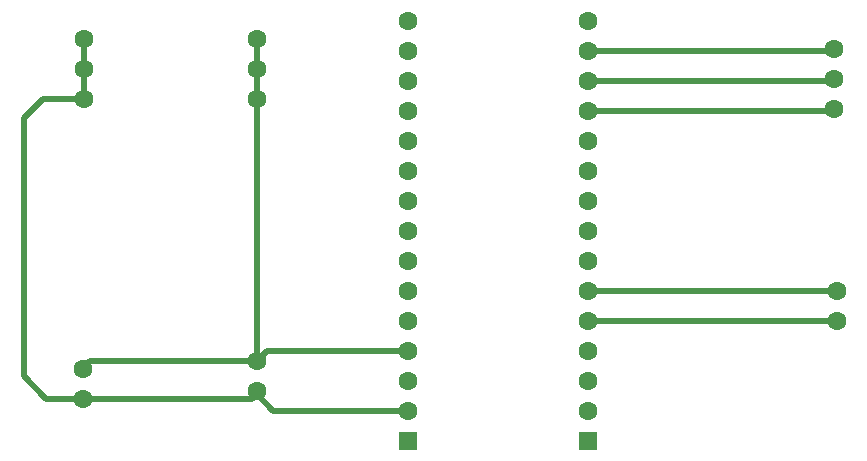
<source format=gbl>
G04 Layer: BottomLayer*
G04 EasyEDA v6.5.12, 2022-08-13 19:42:35*
G04 9ce99227bc0a4aedad01d0d7efa1a16d,d2a3e1526f234093adc7d0cc0e5670ed,10*
G04 Gerber Generator version 0.2*
G04 Scale: 100 percent, Rotated: No, Reflected: No *
G04 Dimensions in millimeters *
G04 leading zeros omitted , absolute positions ,4 integer and 5 decimal *
%FSLAX45Y45*%
%MOMM*%

%ADD10C,0.5000*%
%ADD11C,1.6000*%
%ADD12R,1.6000X1.6000*%

%LPD*%
D10*
X7650734Y8534400D02*
G01*
X7650734Y8026400D01*
X7688834Y7988300D02*
G01*
X7650734Y8026400D01*
X6190234Y8534400D02*
G01*
X6190234Y8026400D01*
X7650734Y5803900D02*
G01*
X7650734Y8166100D01*
X8928100Y5892800D02*
G01*
X7739634Y5892800D01*
X7650734Y5803900D01*
X10452100Y7924800D02*
G01*
X12529565Y7924800D01*
X12542265Y7937500D01*
X10452100Y8178800D02*
G01*
X12529565Y8178800D01*
X12542265Y8191500D01*
X10452100Y8432800D02*
G01*
X12529565Y8432800D01*
X12542265Y8445500D01*
X10452100Y6146800D02*
G01*
X12567665Y6146800D01*
X10452100Y6400800D02*
G01*
X12567665Y6400800D01*
X7650734Y5803900D02*
G01*
X6241034Y5803900D01*
X6177534Y5740400D01*
X7650734Y5524500D02*
G01*
X7650734Y5549900D01*
X8928100Y5384800D02*
G01*
X7790434Y5384800D01*
X7650734Y5524500D01*
X7650734Y5524500D02*
G01*
X7612634Y5486400D01*
X6177534Y5486400D01*
X6177534Y5486400D02*
G01*
X5867400Y5486400D01*
X5676900Y5676900D01*
X5676900Y7861300D01*
X5842000Y8026400D01*
X6190234Y8026400D01*
D11*
G01*
X6177534Y5486400D03*
G01*
X6177534Y5740400D03*
G01*
X12567665Y6400800D03*
G01*
X12567665Y6146800D03*
G01*
X7650734Y5549900D03*
G01*
X7650734Y5803900D03*
G01*
X12542265Y8445500D03*
G01*
X12542265Y8191500D03*
G01*
X12542265Y7937500D03*
D12*
G01*
X10452100Y5130800D03*
D11*
G01*
X8928100Y5384800D03*
G01*
X8928100Y5892800D03*
G01*
X8928100Y6400800D03*
G01*
X8928100Y6908800D03*
G01*
X8928100Y7416800D03*
G01*
X8928100Y7924800D03*
G01*
X8928100Y8432800D03*
G01*
X10452100Y8686800D03*
G01*
X10452100Y8178800D03*
G01*
X10452100Y7670800D03*
G01*
X10452100Y7162800D03*
G01*
X10452100Y6654800D03*
G01*
X10452100Y6146800D03*
G01*
X10452100Y5638800D03*
G01*
X10452100Y5384800D03*
G01*
X10452100Y5892800D03*
G01*
X10452100Y6400800D03*
G01*
X10452100Y6908800D03*
G01*
X10452100Y7416800D03*
G01*
X10452100Y7924800D03*
G01*
X10452100Y8432800D03*
G01*
X8928100Y8686800D03*
G01*
X8928100Y8178800D03*
G01*
X8928100Y7670800D03*
G01*
X8928100Y7162800D03*
G01*
X8928100Y6654800D03*
G01*
X8928100Y6146800D03*
G01*
X8928100Y5638800D03*
D12*
G01*
X8928100Y5130800D03*
D11*
G01*
X6190234Y8026400D03*
G01*
X6190234Y8280400D03*
G01*
X6190234Y8534400D03*
G01*
X7650734Y8026400D03*
G01*
X7650734Y8280400D03*
G01*
X7650734Y8534400D03*
M02*

</source>
